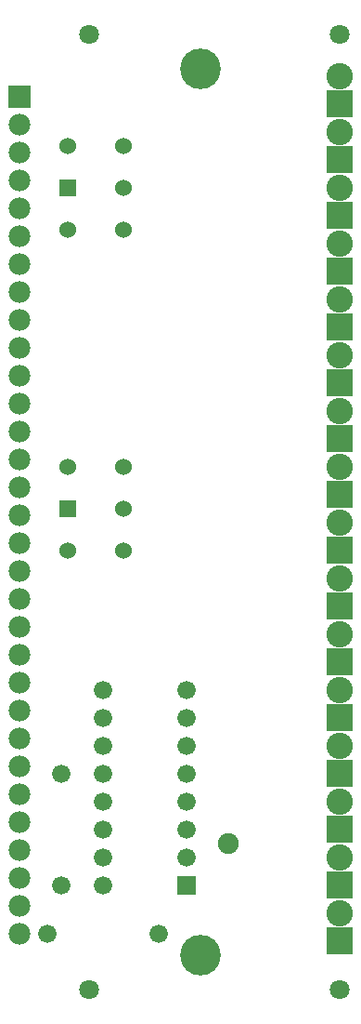
<source format=gts>
G04 start of page 7 for group -4063 idx -4063 *
G04 Title: 31.002.00.01.01, componentmask *
G04 Creator: pcb 4.2.1 *
G04 CreationDate: Wed Dec 23 16:06:15 2020 UTC *
G04 For: bert *
G04 Format: Gerber/RS-274X *
G04 PCB-Dimensions (mil): 2200.00 4200.00 *
G04 PCB-Coordinate-Origin: lower left *
%MOIN*%
%FSLAX25Y25*%
%LNGTS*%
%ADD49C,0.0950*%
%ADD48C,0.0600*%
%ADD47C,0.0750*%
%ADD46C,0.0001*%
%ADD45C,0.1457*%
%ADD44C,0.0710*%
%ADD43C,0.0660*%
%ADD42C,0.0780*%
G54D42*X25000Y180000D03*
Y170000D03*
Y160000D03*
Y150000D03*
Y140000D03*
Y130000D03*
Y120000D03*
Y110000D03*
Y100000D03*
Y90000D03*
Y80000D03*
Y70000D03*
G54D43*X35000D03*
G54D44*X140000Y50000D03*
G54D45*X90000Y62500D03*
G54D46*G36*
X81700Y90800D02*Y84200D01*
X88300D01*
Y90800D01*
X81700D01*
G37*
G54D43*X85000Y97500D03*
Y107500D03*
Y117500D03*
Y127500D03*
Y137500D03*
Y147500D03*
G54D47*X100000Y102500D03*
G54D43*X85000Y157500D03*
X55000D03*
Y147500D03*
Y137500D03*
Y127500D03*
Y117500D03*
Y107500D03*
Y97500D03*
Y87500D03*
X40000Y127500D03*
Y87500D03*
X75000Y70000D03*
G54D48*X42500Y322500D03*
G54D44*X50000Y50000D03*
G54D46*G36*
X39500Y225500D02*Y219500D01*
X45500D01*
Y225500D01*
X39500D01*
G37*
G54D48*X42500Y237500D03*
Y207500D03*
X62500Y222500D03*
Y237500D03*
Y207500D03*
G54D42*X25000Y250000D03*
Y240000D03*
Y230000D03*
Y220000D03*
Y210000D03*
Y200000D03*
Y190000D03*
G54D46*G36*
X135250Y232250D02*Y222750D01*
X144750D01*
Y232250D01*
X135250D01*
G37*
G54D49*X140000Y217500D03*
Y237500D03*
G54D46*G36*
X135250Y212250D02*Y202750D01*
X144750D01*
Y212250D01*
X135250D01*
G37*
G36*
Y192250D02*Y182750D01*
X144750D01*
Y192250D01*
X135250D01*
G37*
G54D49*X140000Y197500D03*
G54D46*G36*
X135250Y172250D02*Y162750D01*
X144750D01*
Y172250D01*
X135250D01*
G37*
G54D49*X140000Y177500D03*
G54D46*G36*
X135250Y152250D02*Y142750D01*
X144750D01*
Y152250D01*
X135250D01*
G37*
G54D49*X140000Y157500D03*
G54D46*G36*
X135250Y132250D02*Y122750D01*
X144750D01*
Y132250D01*
X135250D01*
G37*
G36*
Y112250D02*Y102750D01*
X144750D01*
Y112250D01*
X135250D01*
G37*
G54D49*X140000Y117500D03*
Y137500D03*
G54D46*G36*
X135250Y92250D02*Y82750D01*
X144750D01*
Y92250D01*
X135250D01*
G37*
G54D49*X140000Y97500D03*
G54D46*G36*
X135250Y72250D02*Y62750D01*
X144750D01*
Y72250D01*
X135250D01*
G37*
G54D49*X140000Y77500D03*
G54D46*G36*
X39500Y340500D02*Y334500D01*
X45500D01*
Y340500D01*
X39500D01*
G37*
G54D42*X25000Y340000D03*
Y330000D03*
G54D48*X42500Y352500D03*
G54D46*G36*
X21100Y373900D02*Y366100D01*
X28900D01*
Y373900D01*
X21100D01*
G37*
G54D42*X25000Y360000D03*
Y350000D03*
G54D48*X62500Y337500D03*
Y322500D03*
Y352500D03*
G54D44*X50000Y392500D03*
G54D42*X25000Y320000D03*
Y310000D03*
Y300000D03*
Y290000D03*
Y280000D03*
Y270000D03*
Y260000D03*
G54D44*X140000Y392500D03*
G54D45*X90000Y380000D03*
G54D46*G36*
X135250Y372250D02*Y362750D01*
X144750D01*
Y372250D01*
X135250D01*
G37*
G54D49*X140000Y357500D03*
Y377500D03*
G54D46*G36*
X135250Y352250D02*Y342750D01*
X144750D01*
Y352250D01*
X135250D01*
G37*
G36*
Y332250D02*Y322750D01*
X144750D01*
Y332250D01*
X135250D01*
G37*
G54D49*X140000Y337500D03*
G54D46*G36*
X135250Y312250D02*Y302750D01*
X144750D01*
Y312250D01*
X135250D01*
G37*
G54D49*X140000Y317500D03*
G54D46*G36*
X135250Y292250D02*Y282750D01*
X144750D01*
Y292250D01*
X135250D01*
G37*
G54D49*X140000Y297500D03*
G54D46*G36*
X135250Y272250D02*Y262750D01*
X144750D01*
Y272250D01*
X135250D01*
G37*
G54D49*X140000Y277500D03*
G54D46*G36*
X135250Y252250D02*Y242750D01*
X144750D01*
Y252250D01*
X135250D01*
G37*
G54D49*X140000Y257500D03*
M02*

</source>
